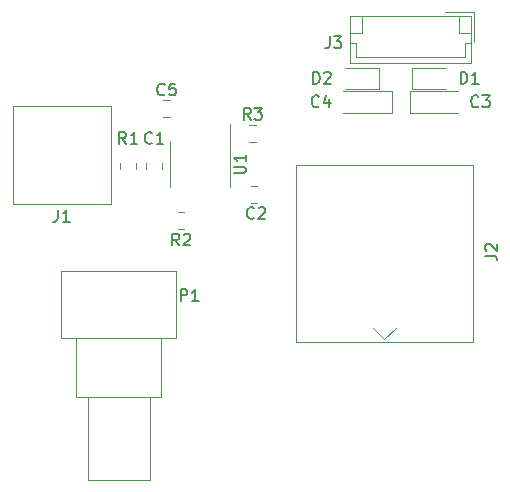
<source format=gto>
G04 #@! TF.GenerationSoftware,KiCad,Pcbnew,(5.1.5-0)*
G04 #@! TF.CreationDate,2020-06-12T16:12:48+02:00*
G04 #@! TF.ProjectId,Ampli_IMS,416d706c-695f-4494-9d53-2e6b69636164,rev?*
G04 #@! TF.SameCoordinates,Original*
G04 #@! TF.FileFunction,Legend,Top*
G04 #@! TF.FilePolarity,Positive*
%FSLAX46Y46*%
G04 Gerber Fmt 4.6, Leading zero omitted, Abs format (unit mm)*
G04 Created by KiCad (PCBNEW (5.1.5-0)) date 2020-06-12 16:12:48*
%MOMM*%
%LPD*%
G04 APERTURE LIST*
%ADD10C,0.120000*%
%ADD11C,0.150000*%
G04 APERTURE END LIST*
D10*
X56922500Y-28565000D02*
X52837500Y-28565000D01*
X56922500Y-30435000D02*
X56922500Y-28565000D01*
X52837500Y-30435000D02*
X56922500Y-30435000D01*
X55885000Y-26590000D02*
X53000000Y-26590000D01*
X55885000Y-28410000D02*
X55885000Y-26590000D01*
X53000000Y-28410000D02*
X55885000Y-28410000D01*
X58615000Y-28410000D02*
X61500000Y-28410000D01*
X58615000Y-26590000D02*
X58615000Y-28410000D01*
X61500000Y-26590000D02*
X58615000Y-26590000D01*
X58452500Y-30435000D02*
X62537500Y-30435000D01*
X58452500Y-28565000D02*
X58452500Y-30435000D01*
X62537500Y-28565000D02*
X58452500Y-28565000D01*
X38135000Y-34775000D02*
X38135000Y-36725000D01*
X38135000Y-34775000D02*
X38135000Y-32825000D01*
X43255000Y-34775000D02*
X43255000Y-36725000D01*
X43255000Y-34775000D02*
X43255000Y-31325000D01*
X44878922Y-31490000D02*
X45396078Y-31490000D01*
X44878922Y-32910000D02*
X45396078Y-32910000D01*
X39358578Y-40260000D02*
X38841422Y-40260000D01*
X39358578Y-38840000D02*
X38841422Y-38840000D01*
X35310000Y-35158578D02*
X35310000Y-34641422D01*
X33890000Y-35158578D02*
X33890000Y-34641422D01*
X24850000Y-38150000D02*
X33150000Y-38150000D01*
X24850000Y-29850000D02*
X33150000Y-29850000D01*
X33150000Y-38150000D02*
X33150000Y-29850000D01*
X24850000Y-38150000D02*
X24850000Y-29850000D01*
X38121078Y-30760000D02*
X37603922Y-30760000D01*
X38121078Y-29340000D02*
X37603922Y-29340000D01*
X45041422Y-36640000D02*
X45558578Y-36640000D01*
X45041422Y-38060000D02*
X45558578Y-38060000D01*
X37510000Y-35158578D02*
X37510000Y-34641422D01*
X36090000Y-35158578D02*
X36090000Y-34641422D01*
X36420000Y-61470000D02*
X31180000Y-61470000D01*
X36420000Y-54470000D02*
X31180000Y-54470000D01*
X31180000Y-54470000D02*
X31180000Y-61470000D01*
X36420000Y-54470000D02*
X36420000Y-61470000D01*
X37420000Y-54470000D02*
X30180000Y-54470000D01*
X37420000Y-49470000D02*
X30180000Y-49470000D01*
X30180000Y-49470000D02*
X30180000Y-54470000D01*
X37420000Y-49470000D02*
X37420000Y-54470000D01*
X38670000Y-49470000D02*
X28930000Y-49470000D01*
X38670000Y-43829000D02*
X28930000Y-43829000D01*
X28930000Y-43829000D02*
X28930000Y-49470000D01*
X38670000Y-43829000D02*
X38670000Y-49470000D01*
X63910000Y-21890000D02*
X61410000Y-21890000D01*
X63910000Y-24390000D02*
X63910000Y-21890000D01*
X54390000Y-23690000D02*
X54390000Y-22190000D01*
X53390000Y-23690000D02*
X54390000Y-23690000D01*
X62610000Y-23690000D02*
X62610000Y-22190000D01*
X63610000Y-23690000D02*
X62610000Y-23690000D01*
X53890000Y-24500000D02*
X53390000Y-24500000D01*
X53890000Y-25710000D02*
X53890000Y-24500000D01*
X63110000Y-25710000D02*
X53890000Y-25710000D01*
X63110000Y-24500000D02*
X63110000Y-25710000D01*
X63610000Y-24500000D02*
X63110000Y-24500000D01*
X53390000Y-26210000D02*
X63610000Y-26210000D01*
X53390000Y-22190000D02*
X53390000Y-26210000D01*
X63610000Y-22190000D02*
X53390000Y-22190000D01*
X63610000Y-26210000D02*
X63610000Y-22190000D01*
X56300000Y-49600000D02*
X55300000Y-48600000D01*
X56300000Y-49600000D02*
X57300000Y-48600000D01*
X63800000Y-34800000D02*
X63800000Y-49800000D01*
X48800000Y-34800000D02*
X63800000Y-34800000D01*
X48800000Y-49800000D02*
X48800000Y-34800000D01*
X63800000Y-49800000D02*
X48800000Y-49800000D01*
D11*
X50770833Y-29857142D02*
X50723214Y-29904761D01*
X50580357Y-29952380D01*
X50485119Y-29952380D01*
X50342261Y-29904761D01*
X50247023Y-29809523D01*
X50199404Y-29714285D01*
X50151785Y-29523809D01*
X50151785Y-29380952D01*
X50199404Y-29190476D01*
X50247023Y-29095238D01*
X50342261Y-29000000D01*
X50485119Y-28952380D01*
X50580357Y-28952380D01*
X50723214Y-29000000D01*
X50770833Y-29047619D01*
X51627976Y-29285714D02*
X51627976Y-29952380D01*
X51389880Y-28904761D02*
X51151785Y-29619047D01*
X51770833Y-29619047D01*
X50261904Y-27952380D02*
X50261904Y-26952380D01*
X50500000Y-26952380D01*
X50642857Y-27000000D01*
X50738095Y-27095238D01*
X50785714Y-27190476D01*
X50833333Y-27380952D01*
X50833333Y-27523809D01*
X50785714Y-27714285D01*
X50738095Y-27809523D01*
X50642857Y-27904761D01*
X50500000Y-27952380D01*
X50261904Y-27952380D01*
X51214285Y-27047619D02*
X51261904Y-27000000D01*
X51357142Y-26952380D01*
X51595238Y-26952380D01*
X51690476Y-27000000D01*
X51738095Y-27047619D01*
X51785714Y-27142857D01*
X51785714Y-27238095D01*
X51738095Y-27380952D01*
X51166666Y-27952380D01*
X51785714Y-27952380D01*
X62761904Y-27952380D02*
X62761904Y-26952380D01*
X63000000Y-26952380D01*
X63142857Y-27000000D01*
X63238095Y-27095238D01*
X63285714Y-27190476D01*
X63333333Y-27380952D01*
X63333333Y-27523809D01*
X63285714Y-27714285D01*
X63238095Y-27809523D01*
X63142857Y-27904761D01*
X63000000Y-27952380D01*
X62761904Y-27952380D01*
X64285714Y-27952380D02*
X63714285Y-27952380D01*
X64000000Y-27952380D02*
X64000000Y-26952380D01*
X63904761Y-27095238D01*
X63809523Y-27190476D01*
X63714285Y-27238095D01*
X64270833Y-29857142D02*
X64223214Y-29904761D01*
X64080357Y-29952380D01*
X63985119Y-29952380D01*
X63842261Y-29904761D01*
X63747023Y-29809523D01*
X63699404Y-29714285D01*
X63651785Y-29523809D01*
X63651785Y-29380952D01*
X63699404Y-29190476D01*
X63747023Y-29095238D01*
X63842261Y-29000000D01*
X63985119Y-28952380D01*
X64080357Y-28952380D01*
X64223214Y-29000000D01*
X64270833Y-29047619D01*
X64604166Y-28952380D02*
X65223214Y-28952380D01*
X64889880Y-29333333D01*
X65032738Y-29333333D01*
X65127976Y-29380952D01*
X65175595Y-29428571D01*
X65223214Y-29523809D01*
X65223214Y-29761904D01*
X65175595Y-29857142D01*
X65127976Y-29904761D01*
X65032738Y-29952380D01*
X64747023Y-29952380D01*
X64651785Y-29904761D01*
X64604166Y-29857142D01*
X43547380Y-35536904D02*
X44356904Y-35536904D01*
X44452142Y-35489285D01*
X44499761Y-35441666D01*
X44547380Y-35346428D01*
X44547380Y-35155952D01*
X44499761Y-35060714D01*
X44452142Y-35013095D01*
X44356904Y-34965476D01*
X43547380Y-34965476D01*
X44547380Y-33965476D02*
X44547380Y-34536904D01*
X44547380Y-34251190D02*
X43547380Y-34251190D01*
X43690238Y-34346428D01*
X43785476Y-34441666D01*
X43833095Y-34536904D01*
X44970833Y-31002380D02*
X44637500Y-30526190D01*
X44399404Y-31002380D02*
X44399404Y-30002380D01*
X44780357Y-30002380D01*
X44875595Y-30050000D01*
X44923214Y-30097619D01*
X44970833Y-30192857D01*
X44970833Y-30335714D01*
X44923214Y-30430952D01*
X44875595Y-30478571D01*
X44780357Y-30526190D01*
X44399404Y-30526190D01*
X45304166Y-30002380D02*
X45923214Y-30002380D01*
X45589880Y-30383333D01*
X45732738Y-30383333D01*
X45827976Y-30430952D01*
X45875595Y-30478571D01*
X45923214Y-30573809D01*
X45923214Y-30811904D01*
X45875595Y-30907142D01*
X45827976Y-30954761D01*
X45732738Y-31002380D01*
X45447023Y-31002380D01*
X45351785Y-30954761D01*
X45304166Y-30907142D01*
X38933333Y-41652380D02*
X38600000Y-41176190D01*
X38361904Y-41652380D02*
X38361904Y-40652380D01*
X38742857Y-40652380D01*
X38838095Y-40700000D01*
X38885714Y-40747619D01*
X38933333Y-40842857D01*
X38933333Y-40985714D01*
X38885714Y-41080952D01*
X38838095Y-41128571D01*
X38742857Y-41176190D01*
X38361904Y-41176190D01*
X39314285Y-40747619D02*
X39361904Y-40700000D01*
X39457142Y-40652380D01*
X39695238Y-40652380D01*
X39790476Y-40700000D01*
X39838095Y-40747619D01*
X39885714Y-40842857D01*
X39885714Y-40938095D01*
X39838095Y-41080952D01*
X39266666Y-41652380D01*
X39885714Y-41652380D01*
X34433333Y-33052380D02*
X34100000Y-32576190D01*
X33861904Y-33052380D02*
X33861904Y-32052380D01*
X34242857Y-32052380D01*
X34338095Y-32100000D01*
X34385714Y-32147619D01*
X34433333Y-32242857D01*
X34433333Y-32385714D01*
X34385714Y-32480952D01*
X34338095Y-32528571D01*
X34242857Y-32576190D01*
X33861904Y-32576190D01*
X35385714Y-33052380D02*
X34814285Y-33052380D01*
X35100000Y-33052380D02*
X35100000Y-32052380D01*
X35004761Y-32195238D01*
X34909523Y-32290476D01*
X34814285Y-32338095D01*
X28666666Y-38652380D02*
X28666666Y-39366666D01*
X28619047Y-39509523D01*
X28523809Y-39604761D01*
X28380952Y-39652380D01*
X28285714Y-39652380D01*
X29666666Y-39652380D02*
X29095238Y-39652380D01*
X29380952Y-39652380D02*
X29380952Y-38652380D01*
X29285714Y-38795238D01*
X29190476Y-38890476D01*
X29095238Y-38938095D01*
X37695833Y-28857142D02*
X37648214Y-28904761D01*
X37505357Y-28952380D01*
X37410119Y-28952380D01*
X37267261Y-28904761D01*
X37172023Y-28809523D01*
X37124404Y-28714285D01*
X37076785Y-28523809D01*
X37076785Y-28380952D01*
X37124404Y-28190476D01*
X37172023Y-28095238D01*
X37267261Y-28000000D01*
X37410119Y-27952380D01*
X37505357Y-27952380D01*
X37648214Y-28000000D01*
X37695833Y-28047619D01*
X38600595Y-27952380D02*
X38124404Y-27952380D01*
X38076785Y-28428571D01*
X38124404Y-28380952D01*
X38219642Y-28333333D01*
X38457738Y-28333333D01*
X38552976Y-28380952D01*
X38600595Y-28428571D01*
X38648214Y-28523809D01*
X38648214Y-28761904D01*
X38600595Y-28857142D01*
X38552976Y-28904761D01*
X38457738Y-28952380D01*
X38219642Y-28952380D01*
X38124404Y-28904761D01*
X38076785Y-28857142D01*
X45270833Y-39307142D02*
X45223214Y-39354761D01*
X45080357Y-39402380D01*
X44985119Y-39402380D01*
X44842261Y-39354761D01*
X44747023Y-39259523D01*
X44699404Y-39164285D01*
X44651785Y-38973809D01*
X44651785Y-38830952D01*
X44699404Y-38640476D01*
X44747023Y-38545238D01*
X44842261Y-38450000D01*
X44985119Y-38402380D01*
X45080357Y-38402380D01*
X45223214Y-38450000D01*
X45270833Y-38497619D01*
X45651785Y-38497619D02*
X45699404Y-38450000D01*
X45794642Y-38402380D01*
X46032738Y-38402380D01*
X46127976Y-38450000D01*
X46175595Y-38497619D01*
X46223214Y-38592857D01*
X46223214Y-38688095D01*
X46175595Y-38830952D01*
X45604166Y-39402380D01*
X46223214Y-39402380D01*
X36633333Y-32957142D02*
X36585714Y-33004761D01*
X36442857Y-33052380D01*
X36347619Y-33052380D01*
X36204761Y-33004761D01*
X36109523Y-32909523D01*
X36061904Y-32814285D01*
X36014285Y-32623809D01*
X36014285Y-32480952D01*
X36061904Y-32290476D01*
X36109523Y-32195238D01*
X36204761Y-32100000D01*
X36347619Y-32052380D01*
X36442857Y-32052380D01*
X36585714Y-32100000D01*
X36633333Y-32147619D01*
X37585714Y-33052380D02*
X37014285Y-33052380D01*
X37300000Y-33052380D02*
X37300000Y-32052380D01*
X37204761Y-32195238D01*
X37109523Y-32290476D01*
X37014285Y-32338095D01*
X39061904Y-46352380D02*
X39061904Y-45352380D01*
X39442857Y-45352380D01*
X39538095Y-45400000D01*
X39585714Y-45447619D01*
X39633333Y-45542857D01*
X39633333Y-45685714D01*
X39585714Y-45780952D01*
X39538095Y-45828571D01*
X39442857Y-45876190D01*
X39061904Y-45876190D01*
X40585714Y-46352380D02*
X40014285Y-46352380D01*
X40300000Y-46352380D02*
X40300000Y-45352380D01*
X40204761Y-45495238D01*
X40109523Y-45590476D01*
X40014285Y-45638095D01*
X51666666Y-23952380D02*
X51666666Y-24666666D01*
X51619047Y-24809523D01*
X51523809Y-24904761D01*
X51380952Y-24952380D01*
X51285714Y-24952380D01*
X52047619Y-23952380D02*
X52666666Y-23952380D01*
X52333333Y-24333333D01*
X52476190Y-24333333D01*
X52571428Y-24380952D01*
X52619047Y-24428571D01*
X52666666Y-24523809D01*
X52666666Y-24761904D01*
X52619047Y-24857142D01*
X52571428Y-24904761D01*
X52476190Y-24952380D01*
X52190476Y-24952380D01*
X52095238Y-24904761D01*
X52047619Y-24857142D01*
X64832380Y-42513333D02*
X65546666Y-42513333D01*
X65689523Y-42560952D01*
X65784761Y-42656190D01*
X65832380Y-42799047D01*
X65832380Y-42894285D01*
X64927619Y-42084761D02*
X64880000Y-42037142D01*
X64832380Y-41941904D01*
X64832380Y-41703809D01*
X64880000Y-41608571D01*
X64927619Y-41560952D01*
X65022857Y-41513333D01*
X65118095Y-41513333D01*
X65260952Y-41560952D01*
X65832380Y-42132380D01*
X65832380Y-41513333D01*
M02*

</source>
